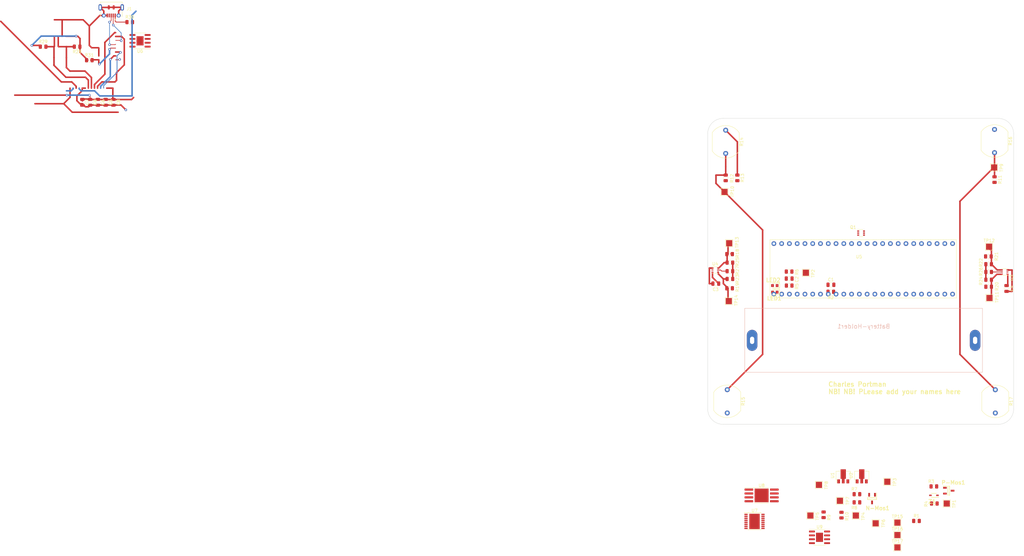
<source format=kicad_pcb>
(kicad_pcb (version 20221018) (generator pcbnew)
  (layers (0 "F.Cu" signal) (31 "B.Cu" signal) (34 "B.Paste" user) (35 "F.Paste" user) (36 "B.SilkS" user "B.Silkscreen") (37 "F.SilkS" user "F.Silkscreen") (38 "B.Mask" user) (39 "F.Mask" user) (44 "Edge.Cuts" user))
  (net 0 "")
  (net 1 "Net-(R13-Pad1)")
  (net 2 "Net-(R12-Pad2)")
  (net 3 "GND")
  (net 4 "+3.3V")
  (net 5 "Net-(R11-Pad1)")
  (net 9 "/Microcontroller/USB_TXD")
  (net 10 "/Microcontroller/USB_RXD")
  (net 14 "Net-(Z1-K)")
  (net 15 "/Power_Subsystem/V-pos")
  (net 16 "Net-(U8-BAT)")
  (net 17 "/Power_Subsystem/Vbat")
  (net 18 "Net-(N-Mos1-Pad2)")
  (net 19 "/Power_Subsystem/V-Reg")
  (net 20 "Net-(U9-VOUTA)")
  (net 21 "Net-(U8-~{CHRG})")
  (net 22 "/Power_Subsystem/3.3-back")
  (net 23 "Net-(J1-VBUS)")
  (net 24 "+5V")
  (net 25 "+3V3")
  (net 26 "/Microcontroller/EEPROM_SCL")
  (net 27 "/Microcontroller/LDR_Vout1")
  (net 28 "/Microcontroller/LDR_Vout2")
  (net 29 "/Microcontroller/USB_TIMIN")
  (net 30 "Net-(U8-PROG)")
  (net 31 "/Microcontroller/EEPROM_SDA")
  (net 32 "Net-(U8-~{STDBY})")
  (net 33 "/Microcontroller/USB_D-")
  (net 34 "/Microcontroller/USB_D+")
  (net 36 "Net-(U2-VO)")
  (net 37 "Net-(U1-VO)")
  (net 38 "Net-(U4-SDA)")
  (net 39 "Net-(Battery-Holder1-PadP)")
  (net 40 "Net-(LED1-Pad1)")
  (net 41 "Net-(LED2-Pad1)")
  (net 42 "Net-(U4-SCL)")
  (net 43 "Net-(Z1-A)")
  (net 44 "/Microcontroller/SCLSense")
  (net 45 "Net-(U3-SDA)")
  (net 46 "Net-(Q1A-E1)")
  (net 47 "/Microcontroller/Analogue_Enable2")
  (net 48 "Net-(Q1B-E2)")
  (net 49 "/Microcontroller/Analogue_Enable1")
  (net 50 "/Microcontroller/SDASense_1")
  (net 51 "Net-(U3-SCL)")
  (net 52 "Net-(U3-INT)")
  (net 53 "Net-(U4-INT)")
  (net 54 "Net-(U7-V3)")
  (footprint "TestPoint:TestPoint_Pad_2.0x2.0mm" (layer "F.Cu") (at 112.014 182.146)
    (fp_text reference "TP15")
    (fp_text value "TestPoint")
  )
  (footprint "Resistor_SMD:R_0805_2012Metric" (layer "F.Cu") (at -138.94 18.522)
    (fp_text reference "R30")
    (fp_text value "1.8k")
  )
  (footprint "TestPoint:TestPoint_Pad_2.0x2.0mm" (layer "F.Cu") (at 141.986 91.948)
    (fp_text reference "TP12")
    (fp_text value "TestPoint")
  )
  (footprint "Capacitor_SMD:C_0805_2012Metric" (layer "F.Cu") (at -151.892 44.732 -90)
    (fp_text reference "C9")
    (fp_text value "1uF")
  )
  (footprint "TestPoint:TestPoint_Pad_2.0x2.0mm" (layer "F.Cu") (at 82.089 100.457 -90)
    (fp_text reference "TP2")
    (fp_text value "TestPoint")
  )
  (footprint "MyNmos:SOT95P280X125-3N" (layer "F.Cu") (at 103.7245 174.2875 -90)
    (fp_text reference "N-Mos1")
    (fp_text value "AO3400A" hide)
  )
  (footprint "TestPoint:TestPoint_Pad_2.0x2.0mm" (layer "F.Cu") (at 128.143 175.895 180)
    (fp_text reference "TP1")
    (fp_text value "TestPoint")
  )
  (footprint "Resistor_SMD:R_0805_2012Metric" (layer "F.Cu") (at 141.8355 105.029 180)
    (fp_text reference "R20")
    (fp_text value "0")
  )
  (footprint "TestPoint:TestPoint_Pad_2.0x2.0mm" (layer "F.Cu") (at 143.637 66.04)
    (fp_text reference "TP9")
    (fp_text value "TestPoint")
  )
  (footprint "TestPoint:TestPoint_Pad_2.0x2.0mm" (layer "F.Cu") (at 57.023 90.805)
    (fp_text reference "TP13")
    (fp_text value "TestPoint" hide)
  )
  (footprint "Package_SO:SOIC-8-1EP_3.9x4.9mm_P1.27mm_EP2.29x3mm" (layer "F.Cu") (at -135.571 24.638 180)
    (fp_text reference "U6")
    (fp_text value "AT24C256C-SSHL-T")
  )
  (footprint "Resistor_SMD:R_0805_2012Metric" (layer "F.Cu") (at 98.7825 175.514 180)
    (fp_text reference "R8")
    (fp_text value "1M")
  )
  (footprint "Resistor_SMD:R_0805_2012Metric" (layer "F.Cu") (at 141.8355 102.743)
    (fp_text reference "R24")
    (fp_text value "10K")
  )
  (footprint "Capacitor_SMD:C_0805_2012Metric" (layer "F.Cu") (at -146.812 44.732 -90)
    (fp_text reference "C5")
    (fp_text value "100nF")
  )
  (footprint "TestPoint:TestPoint_Pad_2.0x2.0mm" (layer "F.Cu") (at 104.902 182.372)
    (fp_text reference "TP6")
    (fp_text value "TestPoint")
  )
  (footprint "TestPoint:TestPoint_Pad_2.0x2.0mm" (layer "F.Cu") (at 112.014 186.196)
    (fp_text reference "TP16")
    (fp_text value "TestPoint")
  )
  (footprint "MyGreenLED:LEDC1608X50N" (layer "F.Cu") (at 71.929 104.648 180)
    (fp_text reference "LED2")
    (fp_text value "Green" hide)
  )
  (footprint "Resistor_SMD:R_0805_2012Metric" (layer "F.Cu") (at 123.9285 170.307)
    (fp_text reference "R3")
    (fp_text value "1.2k")
  )
  (footprint "Capacitor_SMD:C_0805_2012Metric" (layer "F.Cu") (at -144.272 44.732 -90)
    (fp_text reference "C8")
    (fp_text value "10nF")
  )
  (footprint "Resistor_SMD:R_0805_2012Metric" (layer "F.Cu") (at 57.2555 97.153 180)
    (fp_text reference "R25")
    (fp_text value "10K")
  )
  (footprint "uct_kicad_library:STM32F051C6T6" (layer "F.Cu") (at 99.648 101.332)
    (fp_text reference "U5")
    (fp_text value "Header")
  )
  (footprint "Resistor_SMD:R_0805_2012Metric" (layer "F.Cu") (at 57.2555 99.947 180)
    (fp_text reference "R27")
    (fp_text value "10K")
  )
  (footprint "TestPoint:TestPoint_Pad_2.0x2.0mm" (layer "F.Cu") (at 93.218 175.006)
    (fp_text reference "TP7")
    (fp_text value "TestPoint")
  )
  (footprint "TestPoint:TestPoint_Pad_2.0x2.0mm" (layer "F.Cu") (at 108.712 168.783 180)
    (fp_text reference "TP3")
    (fp_text value "TestPoint")
  )
  (footprint "Package_TO_SOT_SMD:SOT-89-3" (layer "F.Cu") (at 94.304 166.706 90)
    (fp_text reference "U1")
    (fp_text value "HT7533-1")
  )
  (footprint "TestPoint:TestPoint_Pad_2.0x2.0mm" (layer "F.Cu") (at 98.425 179.832 180)
    (fp_text reference "TP4")
    (fp_text value "TestPoint")
  )
  (footprint "Resistor_SMD:R_0805_2012Metric" (layer "F.Cu") (at 87.884 179.578 -90)
    (fp_text reference "R9")
    (fp_text value "0")
  )
  (footprint "MICROXNJ:SHOUHAN_MICROXNJ" (layer "F.Cu") (at -144.996 11.971)
    (fp_text reference "J1")
    (fp_text value "MICROXNJ")
  )
  (footprint "Capacitor_SMD:C_0805_2012Metric" (layer "F.Cu") (at 52.646 104.011)
    (fp_text reference "C3")
    (fp_text value "1uF")
  )
  (footprint "Resistor_SMD:R_0805_2012Metric" (layer "F.Cu") (at 57.2555 102.487 180)
    (fp_text reference "R23")
    (fp_text value "10K")
  )
  (footprint "Resistor_SMD:R_0805_2012Metric" (layer "F.Cu") (at 57.152 94.359 180)
    (fp_text reference "R18")
    (fp_text value "0")
  )
  (footprint "MyZener:SODFL2513X100N" (layer "F.Cu") (at 123.952 173.228 180)
    (fp_text reference "Z1")
    (fp_text value "MM3Z5V6C" hide)
  )
  (footprint "Resistor_SMD:R_0805_2012Metric" (layer "F.Cu") (at 90.2405 106.68 180)
    (fp_text reference "R2")
    (fp_text value "100k")
  )
  (footprint "Resistor_SMD:R_0805_2012Metric" (layer "F.Cu") (at 57.152 105.535 180)
    (fp_text reference "R19")
    (fp_text value "0")
  )
  (footprint "Package_SO:SOP-8-1EP_4.57x4.57mm_P1.27mm_EP4.57x4.45mm" (layer "F.Cu") (at 67.617 173.248)
    (fp_text reference "U8")
    (fp_text value "TP4056")
  )
  (footprint "MyPmos:SOT95P280X125-3N" (layer "F.Cu") (at 128.798 171.704)
    (fp_text reference "P-Mos1")
    (fp_text value "AO3401A" hide)
  )
  (footprint "TestPoint:TestPoint_Pad_2.0x2.0mm" (layer "F.Cu") (at 56.896 109.728)
    (fp_text reference "TP14")
    (fp_text value "TestPoint")
  )
  (footprint "Resistor_SMD:R_0805_2012Metric" (layer "F.Cu") (at 59.69 69.4455 -90)
    (fp_text reference "R13")
    (fp_text value "0")
  )
  (footprint "Capacitor_SMD:C_0805_2012Metric" (layer "F.Cu") (at 147.701 105.598 -90)
    (fp_text reference "C4")
    (fp_text value "1uF")
  )
  (footprint "OptoDevice:R_LDR_10x8.5mm_P7.6mm_Vertical" (layer "F.Cu") (at 144.018 138.704 -90)
    (fp_text reference "R17")
    (fp_text value "LDR03")
  )
  (footprint "MyRedLED:LEDC1608X70N" (layer "F.Cu") (at 71.941 106.807 180)
    (fp_text reference "LED1")
    (fp_text value "Red" hide)
  )
  (footprint "Resistor_SMD:R_0805_2012Metric" (layer "F.Cu") (at 124.079 175.895 180)
    (fp_text reference "R4")
    (fp_text value "0")
  )
  (footprint "Package_SO:HTSSOP-16-1EP_4.4x5mm_P0.65mm_EP3.4x5mm" (layer "F.Cu") (at 65.297 181.748)
    (fp_text reference "U7")
    (fp_text value "CH340G")
  )
  (footprint "Resistor_SMD:R_0805_2012Metric" (layer "F.Cu") (at -156.149 26.556 180)
    (fp_text reference "R28")
    (fp_text value "0")
  )
  (footprint "Resistor_SMD:R_0805_2012Metric" (layer "F.Cu") (at -167.259 26.556)
    (fp_text reference "R29")
    (fp_text value "1.8k")
  )
  (footprint "TestPoint:TestPoint_Pad_2.0x2.0mm" (layer "F.Cu") (at 112.014 190.246)
    (fp_text reference "TP17")
    (fp_text value "TestPoint")
  )
  (footprint "Capacitor_SMD:C_0805_2012Metric" (layer "F.Cu") (at -154.432 44.732 -90)
    (fp_text reference "C7")
    (fp_text value "4.7uF")
  )
  (footprint "Capacitor_SMD:C_0805_2012Metric" (layer "F.Cu") (at 76.628 102.362 180)
    (fp_text reference "C2")
    (fp_text value "10uF")
  )
  (footprint "TestPoint:TestPoint_Pad_2.0x2.0mm" (layer "F.Cu") (at 55.499 74.041)
    (fp_text reference "TP10")
    (fp_text value "TestPoint")
  )
  (footprint "TestPoint:TestPoint_Pad_2.0x2.0mm" (layer "F.Cu") (at 142.113 108.712)
    (fp_text reference "TP11")
    (fp_text value "TestPoint")
  )
  (footprint "Resistor_SMD:R_0805_2012Metric" (layer "F.Cu") (at 76.628 104.648)
    (fp_text reference "R5")
    (fp_text value "1k")
  )
  (footprint "Resistor_SMD:R_0805_2012Metric" (layer "F.Cu") (at 143.764 70.0005 -90)
    (fp_text reference "R11")
    (fp_text value "0")
  )
  (footprint "Capacitor_SMD:C_0805_2012Metric" (layer "F.Cu") (at 90.278 104.394)
    (fp_text reference "C1")
    (fp_text value "10uF")
  )
  (footprint "Package_TO_SOT_SMD:SOT-89-3" (layer "F.Cu") (at 100.354 166.706 90)
    (fp_text reference "U2")
    (fp_text value "HT7533-1")
  )
  (footprint "OptoDevice:Lite-On_LTR-303ALS-01" (layer "F.Cu") (at 147.066 100.203 180)
    (fp_text reference "U3")
    (fp_text value "LTR-303ALS-01")
  )
  (footprint "OptoDevice:R_LDR_10x8.5mm_P7.6mm_Vertical" (layer "F.Cu") (at 56.388 138.694 -90)
    (fp_text reference "R15")
    (fp_text value "LDR03")
  )
  (footprint "Capacitor_SMD:C_0805_2012Metric" (layer "F.Cu") (at -149.352 44.732 -90)
    (fp_text reference "C6")
    (fp_text value "100nF")
  )
  (footprint "OptoDevice:R_LDR_10x8.5mm_P7.6mm_Vertical" (layer "F.Cu") (at 143.764 53.604 -90)
    (fp_text reference "R16")
    (fp_text value "LDR03")
  )
  (footprint "Resistor_SMD:R_0805_2012Metric" (layer "F.Cu") (at 141.8355 97.663)
    (fp_text reference "R22")
    (fp_text value "10K")
  )
  (footprint "Resistor_SMD:R_0805_2012Metric" (layer "F.Cu") (at 141.7555 95.123)
    (fp_text reference "R21")
    (fp_text value "0")
  )
  (footprint "OptoDevice:R_LDR_10x8.5mm_P7.6mm_Vertical" (layer "F.Cu") (at 55.88 53.858 -90)
    (fp_text reference "R14")
    (fp_text value "LDR03")
  )
  (footprint "Resistor_SMD:R_0805_2012Metric" (layer "F.Cu") (at 118.244 181.596)
    (fp_text reference "R1")
    (fp_text value "1k")
  )
  (footprint "TestPoint:TestPoint_Pad_2.0x2.0mm" (layer "F.Cu") (at 83.566 179.832 180)
    (fp_text reference "TP5")
    (fp_text value "TestPoint")
  )
  (footprint "Package_TO_SOT_SMD:SOT-363_SC-70-6" (layer "F.Cu") (at 100.142 87.488)
    (fp_text reference "Q1")
    (fp_text value "MMDT2222A")
  )
  (footprint "Resistor_SMD:R_0805_2012Metric" (layer "F.Cu") (at 55.88 69.4455 90)
    (fp_text reference "R12")
    (fp_text value "0")
  )
  (footprint "Resistor_SMD:R_0805_2012Metric" (layer "F.Cu") (at 93.726 179.6815 -90)
    (fp_text reference "R10")
    (fp_text value "0")
  )
  (footprint "Resistor_SMD:R_0805_2012Metric" (layer "F.Cu") (at 98.7825 172.847 180)
    (fp_text reference "R7")
    (fp_text value "0")
  )
  (footprint "TestPoint:TestPoint_Pad_2.0x2.0mm" (layer "F.Cu") (at 86.36 169.799)
    (fp_text reference "TP8")
    (fp_text value "TestPoint")
  )
  (footprint "Resistor_SMD:R_0805_2012Metric" (layer "F.Cu") (at 141.8355 100.203)
    (fp_text reference "R26")
    (fp_text value "10K")
  )
  (footprint "Package_SO:SOIC-8-1EP_3.9x4.9mm_P1.27mm_EP2.29x3mm" (layer "F.Cu") (at 86.549 186.944)
    (fp_text reference "U9")
    (fp_text value "MCP6002T-I_SN")
  )
  (footprint "Resistor_SMD:R_0805_2012Metric" (layer "F.Cu") (at 76.6045 100.076 180)
    (fp_text reference "R6")
    (fp_text value "0")
  )
  (footprint "OptoDevice:Lite-On_LTR-303ALS-01" (layer "F.Cu") (at 52.451 99.568)
    (fp_text reference "U4")
    (fp_text value "LTR-303ALS-01")
  )
  (footprint "Resistor_SMD:R_0805_2012Metric" (layer "F.Cu") (at -152.148 30.968)
    (fp_text reference "R31")
    (fp_text value "0")
  )
  (footprint "BH-18650-PC:BAT_BH-18650-PC" (layer "B.Cu") (at 100.965 122.555)
    (fp_text reference "Battery-Holder1")
    (fp_text value "BH-18650-PC")
  )
  (gr_line (start 150 145) (end 150 55) (stroke (width 0.1)) (layer "Edge.Cuts"))
  (gr_arc (start 50 55) (mid 51.464466 51.464467) (end 55 50) (stroke (width 0.1)) (layer "Edge.Cuts"))
  (gr_line (start 55 150) (end 145 150) (stroke (width 0.1)) (layer "Edge.Cuts"))
  (gr_arc (start 145 50) (mid 148.535533 51.464467) (end 150 55) (stroke (width 0.1)) (layer "Edge.Cuts"))
  (gr_line (start 50 55) (end 50 145) (stroke (width 0.1)) (layer "Edge.Cuts"))
  (gr_arc (start 55 150) (mid 51.464467 148.535534) (end 50 145) (stroke (width 0.1)) (layer "Edge.Cuts"))
  (gr_arc (start 150 145) (mid 148.535534 148.535533) (end 145 150) (stroke (width 0.1)) (layer "Edge.Cuts"))
  (gr_line (start 55 50) (end 145 50) (stroke (width 0.1)) (layer "Edge.Cuts"))
  (gr_text "Charles Portman\nNB! NB! PLease add your names here" (at 89.281 140.208) (layer "F.SilkS") (effects (font (size 1.5 1.5) (thickness 0.3) bold) (justify left bottom)))
  (segment (start -147.066 35.54) (end -147.066 25.160659) (width 0.5) (layer "F.Cu") (net 0))
  (segment (start -150.464 38.938) (end -147.066 35.54) (width 0.5) (layer "F.Cu") (net 0))
  (segment (start -145.288 30.714) (end -144.145 29.571) (width 0.5) (layer "F.Cu") (net 0))
  (segment (start -144.145 29.571) (end -143.554 29.571) (width 0.5) (layer "F.Cu") (net 0))
  (segment (start -150.464 40.112) (end -150.464 38.938) (width 0.5) (layer "F.Cu") (net 0))
  (segment (start -142.113 28.301) (end -141.986 28.428) (width 0.5) (layer "F.Cu") (net 0))
  (segment (start -143.554 28.301) (end -142.113 28.301) (width 0.5) (layer "F.Cu") (net 0))
  (segment (start -143.856341 21.951) (end -143.554 21.951) (width 0.5) (layer "F.Cu") (net 0))
  (segment (start -147.066 25.160659) (end -143.856341 21.951) (width 0.5) (layer "F.Cu") (net 0))
  (via (at -141.986 28.428) (size 0.8) (drill 0.4) (layers "F.Cu" "B.Cu") (net 0))
  (via (at -145.288 30.714) (size 0.8) (drill 0.4) (layers "F.Cu" "B.Cu") (net 0))
  (segment (start -147.464 39.324132) (end -147.464 40.112) (width 0.25) (layer "B.Cu") (net 0))
  (segment (start -143.09 29.532) (end -143.09 34.950132) (width 0.25) (layer "B.Cu") (net 0))
  (segment (start -148.464 40.112) (end -148.464 39.51096) (width 0.5) (layer "B.Cu") (net 0))
  (segment (start -145.288 36.33496) (end -145.288 30.714) (width 0.5) (layer "B.Cu") (net 0))
  (segment (start -143.09 34.950132) (end -147.464 39.324132) (width 0.25) (layer "B.Cu") (net 0))
  (segment (start -141.986 28.428) (end -143.09 29.532) (width 0.25) (layer "B.Cu") (net 0))
  (segment (start -148.464 39.51096) (end -145.288 36.33496) (width 0.5) (layer "B.Cu") (net 0))
  (segment (start 59.69 57.668) (end 55.88 53.858) (width 0.5) (layer "F.Cu") (net 1))
  (segment (start 59.69 68.533) (end 59.69 57.668) (width 0.5) (layer "F.Cu") (net 1))
  (segment (start 67.945 127.137) (end 56.388 138.694) (width 0.5) (layer "F.Cu") (net 2))
  (segment (start 67.945 86.487) (end 67.945 127.137) (width 0.5) (layer "F.Cu") (net 2))
  (segment (start 55.88 65.786) (end 55.88 61.458) (width 0.5) (layer "F.Cu") (net 2))
  (segment (start 52.705 68.58) (end 52.705 71.247) (width 0.5) (layer "F.Cu") (net 2))
  (segment (start 55.88 68.533) (end 55.88 65.786) (width 0.5) (layer "F.Cu") (net 2))
  (segment (start 55.88 68.533) (end 52.752 68.533) (width 0.5) (layer "F.Cu") (net 2))
  (segment (start 52.752 68.533) (end 52.705 68.58) (width 0.5) (layer "F.Cu") (net 2))
  (segment (start 52.705 71.247) (end 67.945 86.487) (width 0.5) (layer "F.Cu") (net 2))
  (segment (start 51.564 101.979) (end 51.564 100.455) (width 0.5) (layer "F.Cu") (net 3))
  (segment (start -155.242 45.192) (end -156.21 44.224) (width 0.5) (layer "F.Cu") (net 3))
  (segment (start -159.766 17.76) (end -154.178 17.76) (width 0.5) (layer "F.Cu") (net 3))
  (segment (start -149.181 26.904) (end -151.384 26.904) (width 0.5) (layer "F.Cu") (net 3))
  (segment (start -144.196 13.696) (end -141.421 13.696) (width 0.5) (layer "F.Cu") (net 3))
  (segment (start -151.892 45.682) (end -151.842 45.632) (width 0.5) (layer "F.Cu") (net 3))
  (segment (start 149.479 99.568) (end 149.479 106.553) (width 0.5) (layer "F.Cu") (net 3))
  (segment (start -154.432 45.192) (end -155.242 45.192) (width 0.5) (layer "F.Cu") (net 3))
  (segment (start -149.054 27.031) (end -149.054 28.301) (width 0.5) (layer "F.Cu") (net 3))
  (segment (start -156.21 44.224) (end -156.21 42.652) (width 0.5) (layer "F.Cu") (net 3))
  (segment (start 89.709 107.901) (end 89.682 107.874) (width 0.25) (layer "F.Cu") (net 3))
  (segment (start -152.146 26.142) (end -152.146 19.792) (width 0.5) (layer "F.Cu") (net 3))
  (segment (start -153.416 46.208) (end -152.418 46.208) (width 0.5) (layer "F.Cu") (net 3))
  (segment (start -141.421 13.696) (end -141.396 13.721) (width 0.5) (layer "F.Cu") (net 3))
  (segment (start -141.8 45.632) (end -140.208 47.224) (width 0.5) (layer "F.Cu") (net 3))
  (segment (start -154.432 45.192) (end -153.416 46.208) (width 0.5) (layer "F.Cu") (net 3))
  (segment (start -161.036 23.16) (end -161.036 17.76) (width 0.5) (layer "F.Cu") (net 3))
  (segment (start -151.384 26.904) (end -152.146 26.142) (width 0.5) (layer "F.Cu") (net 3))
  (segment (start -144.272 45.632) (end -141.8 45.632) (width 0.5) (layer "F.Cu") (net 3))
  (segment (start -152.418 46.208) (end -151.892 45.682) (width 0.5) (layer "F.Cu") (net 3))
  (segment (start -147.421 14.896) (end -148.596 13.721) (width 0.5) (layer "F.Cu") (net 3))
  (segment (start -149.054 27.031) (end -149.181 26.904) (width 0.5) (layer "F.Cu") (net 3))
  (segment (start -154.464 40.112) (end -153.464 40.112) (width 0.5) (layer "F.Cu") (net 3))
  (segment (start -148.725 16.371) (end -147.421 16.371) (width 0.5) (layer "F.Cu") (net 3))
  (segment (start -148.596 13.721) (end -145.821 13.721) (width 0.5) (layer "F.Cu") (net 3))
  (segment (start -145.821 13.721) (end -145.796 13.696) (width 0.5) (layer "F.Cu") (net 3))
  (segment (start 148.383462 99.553) (end 148.398462 99.568) (width 0.5) (layer "F.Cu") (net 3))
  (segment (start -149.054 29.571) (end -149.054 28.301) (width 0.5) (layer "F.Cu") (net 3))
  (segment (start 147.706 106.553) (end 147.701 106.548) (width 0.5) (layer "F.Cu") (net 3))
  (segment (start -146.296 16.346) (end -147.396 16.346) (width 0.5) (layer "F.Cu") (net 3))
  (segment (start -142.367 30.841) (end -142.24 30.714) (width 0.25) (layer "F.Cu") (net 3))
  (segment (start -143.554 30.841) (end -142.367 30.841) (width 0.25) (layer "F.Cu") (net 3))
  (segment (start -154.464 40.906) (end -154.464 40.112) (width 0.5) (layer "F.Cu") (net 3))
  (segment (start -163.576 17.76) (end -159.766 17.76) (width 0.5) (layer "F.Cu") (net 3))
  (segment (start 148.398462 99.568) (end 149.479 99.568) (width 0.5) (layer "F.Cu") (net 3))
  (segment (start -151.842 45.632) (end -144.272 45.632) (width 0.5) (layer "F.Cu") (net 3))
  (segment (start -147.396 16.346) (end -147.421 16.371) (width 0.5) (layer "F.Cu") (net 3))
  (segment (start -142.571 14.896) (end -141.396 13.721) (width 0.5) (layer "F.Cu") (net 3))
  (segment (start -142.571 16.371) (end -142.571 14.896) (width 0.5) (layer "F.Cu") (net 3))
  (segment (start 53.596 104.011) (end 51.564 101.979) (width 0.5) (layer "F.Cu") (net 3))
  (segment (start -149.302 45.632) (end -149.352 45.582) (width 0.25) (layer "F.Cu") (net 3))
  (segment (start 149.479 106.553) (end 147.706 106.553) (width 0.5) (layer "F.Cu") (net 3))
  (segment (start -147.421 16.371) (end -147.421 14.896) (width 0.5) (layer "F.Cu") (net 3))
  (segment (start -145.796 13.696) (end -144.196 13.696) (width 0.5) (layer "F.Cu") (net 3))
  (segment (start -156.21 42.652) (end -154.464 40.906) (width 0.5) (layer "F.Cu") (net 3))
  (segment (start 147.966 99.553) (end 148.383462 99.553) (width 0.5) (layer "F.Cu") (net 3))
  (segment (start -154.178 17.76) (end -152.146 19.792) (width 0.5) (layer "F.Cu") (net 3))
  (segment (start -152.146 19.792) (end -148.725 16.371) (width 0.5) (layer "F.Cu") (net 3))
  (via (at -140.208 47.224) (size 0.8) (drill 0.4) (layers "F.Cu" "B.Cu") (net 3))
  (via (at -142.24 30.714) (size 0.8) (drill 0.4) (layers "F.Cu" "B.Cu") (net 3))
  (segment (start 58.168 99.947) (end 58.168 97.153) (width 0.5) (layer "F.Cu") (net 4))
  (segment (start 148.082 104.267) (end 148.082 100.965) (width 0.5) (layer "F.Cu") (net 4))
  (segment (start -144.464 40.112) (end -144.464 43.64) (width 0.5) (layer "F.Cu") (net 4))
  (segment (start -154.432 44.176) (end -153.924 43.668) (width 0.5) (layer "F.Cu") (net 4))
  (segment (start -144.272 43.832) (end -151.842 43.832) (width 0.5) (layer "F.Cu") (net 4))
  (segment (start -152.006 43.668) (end -151.892 43.782) (width 0.5) (layer "F.Cu") (net 4))
  (segment (start 58.168 102.487) (end 58.168 99.947) (width 0.5) (layer "F.Cu") (net 4))
  (segment (start -152.382 44.272) (end -151.892 43.782) (width 0.25) (layer "F.Cu") (net 4))
  (segment (start -138.34 43.832) (end -137.668 43.16) (width 0.5) (layer "F.Cu") (net 4))
  (segment (start -151.892 43.782) (end -151.792 43.882) (width 0.25) (layer "F.Cu") (net 4))
  (segment (start 140.923 100.203) (end 140.923 97.663) (width 0.5) (layer "F.Cu") (net 4))
  (segment (start 51.044 98.943) (end 51.032 98.931) (width 0.5) (layer "F.Cu") (net 4))
  (segment (start 140.923 102.743) (end 140.923 100.203) (width 0.5) (layer "F.Cu") (net 4))
  (segment (start 51.669 98.943) (end 51.044 98.943) (width 0.5) (layer "F.Cu") (net 4))
  (segment (start -149.302 43.832) (end -149.352 43.882) (width 0.25) (layer "F.Cu") (net 4))
  (segment (start 51.564 104.143) (end 51.696 104.011) (width 0.25) (layer "F.Cu") (net 4))
  (segment (start 140.923 97.663) (end 140.923 97.362) (width 0.5) (layer "F.Cu") (net 4))
  (segment (start 50.548 104.011) (end 51.696 104.011) (width 0.5) (layer "F.Cu") (net 4))
  (segment (start -151.892 42.652) (end -152.146 42.398) (width 0.25) (layer "F.Cu") (net 4))
  (segment (start 147.701 104.648) (end 148.082 104.267) (width 0.5) (layer "F.Cu") (net 4))
  (segment (start -144.464 43.64) (end -144.272 43.832) (width 0.5) (layer "F.Cu") (net 4))
  (segment (start -151.842 43.832) (end -151.892 43.782) (width 0.5) (layer "F.Cu") (net 4))
  (segment (start -144.272 43.832) (end -138.34 43.832) (width 0.5) (layer "F.Cu") (net 4))
  (segment (start -154.432 44.272) (end -154.432 44.176) (width 0.5) (layer "F.Cu") (net 4))
  (segment (start -153.924 43.668) (end -152.006 43.668) (width 0.5) (layer "F.Cu") (net 4))
  (segment (start -176.53 42.398) (end -159.512 42.398) (width 0.5) (layer "F.Cu") (net 4))
  (segment (start -151.892 43.782) (end -151.892 42.652) (width 0.25) (layer "F.Cu") (net 4))
  (segment (start 51.032 98.931) (end 50.548 98.931) (width 0.5) (layer "F.Cu") (net 4))
  (segment (start -146.464 40.112) (end -144.464 40.112) (width 0.5) (layer "F.Cu") (net 4))
  (segment (start 50.548 98.931) (end 50.548 104.011) (width 0.5) (layer "F.Cu") (net 4))
  (via (at -159.512 42.398) (size 0.8) (drill 0.4) (layers "F.Cu" "B.Cu") (net 4))
  (via (at -152.146 42.398) (size 0.8) (drill 0.4) (layers "F.Cu" "B.Cu") (net 4))
  (segment (start -159.512 42.398) (end -152.146 42.398) (width 0.5) (layer "B.Cu") (net 4))
  (segment (start 143.764 69.088) (end 143.764 65.786) (width 0.5) (layer "F.Cu") (net 5))
  (segment (start 132.461 127.147) (end 132.461 77.089) (width 0.5) (layer "F.Cu") (net 5))
  (segment (start 132.461 77.089) (end 143.764 65.786) (width 0.5) (layer "F.Cu") (net 5))
  (segment (start 144.018 138.704) (end 132.461 127.147) (width 0.5) (layer "F.Cu") (net 5))
  (segment (start 143.764 61.204) (end 143.764 65.786) (width 0.5) (layer "F.Cu") (net 5))
  (segment (start -143.374 18.522) (end -143.696 18.2) (width 0.25) (layer "F.Cu") (net 23))
  (segment (start -143.696 18.2) (end -143.696 16.346) (width 0.25) (layer "F.Cu") (net 23))
  (segment (start -139.45 18.522) (end -143.374 18.522) (width 0.25) (layer "F.Cu") (net 23))
  (segment (start -151.464 40.112) (end -151.464 36.636) (width 0.5) (layer "F.Cu") (net 24))
  (segment (start -151.464 36.636) (end -153.576 34.524) (width 0.5) (layer "F.Cu") (net 24))
  (segment (start -159.639 33.381) (end -159.639 30.112) (width 0.5) (layer "F.Cu") (net 24))
  (segment (start -158.496 34.524) (end -159.639 33.381) (width 0.5) (layer "F.Cu") (net 24))
  (segment (start -159.639 26.556) (end -157.099 26.556) (width 0.5) (layer "F.Cu") (net 24))
  (segment (start -153.576 34.524) (end -158.496 34.524) (width 0.5) (layer "F.Cu") (net 24))
  (segment (start -159.639 26.556) (end -159.639 30.112) (width 0.5) (layer "F.Cu") (net 24))
  (segment (start -162.179 26.556) (end -159.639 26.556) (width 0.5) (layer "F.Cu") (net 24))
  (segment (start -162.306 26.429) (end -162.179 26.556) (width 0.5) (layer "F.Cu") (net 24))
  (segment (start -162.306 23.16) (end -162.306 26.429) (width 0.5) (layer "F.Cu") (net 24))
  (segment (start -156.464 23.094) (end -156.398 23.16) (width 0.5) (layer "F.Cu") (net 25))
  (segment (start -168.623 26.142) (end -168.209 26.556) (width 0.5) (layer "F.Cu") (net 25))
  (segment (start -155.199 23.884) (end -155.199 26.556) (width 0.5) (layer "F.Cu") (net 25))
  (segment (start -155.199 28.427) (end -152.658 30.968) (width 0.5) (layer "F.Cu") (net 25))
  (segment (start -156.398 23.16) (end -155.923 23.16) (width 0.5) (layer "F.Cu") (net 25))
  (segment (start -155.923 23.16) (end -155.199 23.884) (width 0.5) (layer "F.Cu") (net 25))
  (segment (start -156.53 23.16) (end -156.464 23.094) (width 0.5) (layer "F.Cu") (net 25))
  (segment (start -155.199 26.556) (end -155.199 28.427) (width 0.5) (layer "F.Cu") (net 25))
  (segment (start -159.766 23.16) (end -156.53 23.16) (width 0.5) (layer "F.Cu") (net 25))
  (segment (start -170.942 26.142) (end -168.623 26.142) (width 0.5) (layer "F.Cu") (net 25))
  (via (at -156.464 23.094) (size 0.8) (drill 0.4) (layers "F.Cu" "B.Cu") (net 25))
  (via (at -170.942 26.142) (size 0.8) (drill 0.4) (layers "F.Cu" "B.Cu") (net 25))
  (segment (start -167.894 23.094) (end -170.942 26.142) (width 0.5) (layer "B.Cu") (net 25))
  (segment (start -156.464 23.094) (end -167.894 23.094) (width 0.5) (layer "B.Cu") (net 25))
  (segment (start -166.309 26.556) (end -163.703 26.556) (width 0.5) (layer "F.Cu") (net 26))
  (segment (start -153.416 36.556) (end -152.464 37.508) (width 0.5) (layer "F.Cu") (net 26))
  (segment (start -163.576 26.429) (end -163.576 23.16) (width 0.5) (layer "F.Cu") (net 26))
  (segment (start -152.464 37.508) (end -152.464 40.112) (width 0.5) (layer "F.Cu") (net 26))
  (segment (start -163.703 26.556) (end -163.703 30.112) (width 0.5) (layer "F.Cu") (net 26))
  (segment (start -163.703 32.652) (end -159.799 36.556) (width 0.5) (layer "F.Cu") (net 26))
  (segment (start -159.799 36.556) (end -153.416 36.556) (width 0.5) (layer "F.Cu") (net 26))
  (segment (start -163.703 26.556) (end -163.576 26.429) (width 0.5) (layer "F.Cu") (net 26))
  (segment (start -163.703 32.492) (end -163.703 30.112) (width 0.5) (layer "F.Cu") (net 26))
  (segment (start -163.703 32.652) (end -163.703 32.492) (width 0.5) (layer "F.Cu") (net 26))
  (segment (start -154.826437 40.987) (end -155.464 40.349437) (width 0.5) (layer "B.Cu") (net 27))
  (segment (start -138.176 42.652) (end -148.77152 42.652) (width 0.5) (layer "B.Cu") (net 27))
  (segment (start -138.176 16.236) (end -138.176 42.652) (width 0.5) (layer "B.Cu") (net 27))
  (segment (start -150.43652 40.987) (end -154.826437 40.987) (width 0.5) (layer "B.Cu") (net 27))
  (segment (start -155.464 40.349437) (end -155.464 40.112) (width 0.5) (layer "B.Cu") (net 27))
  (segment (start -136.906 14.966) (end -138.176 16.236) (width 0.5) (layer "B.Cu") (net 27))
  (segment (start -148.77152 42.652) (end -150.43652 40.987) (width 0.5) (layer "B.Cu") (net 27))
  (segment (start -156.464 40.112) (end -156.464 39.51096) (width 0.5) (layer "F.Cu") (net 28))
  (segment (start -161.29 38.08) (end -181.102 18.268) (width 0.5) (layer "F.Cu") (net 28))
  (segment (start -157.89496 38.08) (end -161.29 38.08) (width 0.5) (layer "F.Cu") (net 28))
  (segment (start -156.464 39.51096) (end -157.89496 38.08) (width 0.5) (layer "F.Cu") (net 28))
  (segment (start -143.256 35.032) (end -140.716 32.492) (width 0.5) (layer "F.Cu") (net 29))
  (segment (start -149.464 40.112) (end -149.464 39.51096) (width 0.5) (layer "F.Cu") (net 29))
  (segment (start -149.464 39.51096) (end -148.03304 38.08) (width 0.5) (layer "F.Cu") (net 29))
  (segment (start -140.716 24.11) (end -141.605 23.221) (width 0.5) (layer "F.Cu") (net 29))
  (segment (start -143.256 35.286) (end -143.256 35.032) (width 0.5) (layer "F.Cu") (net 29))
  (segment (start -141.605 23.221) (end -143.554 23.221) (width 0.5) (layer "F.Cu") (net 29))
  (segment (start -140.716 32.492) (end -140.716 24.11) (width 0.5) (layer "F.Cu") (net 29))
  (segment (start -143.256 37.572) (end -143.256 35.286) (width 0.5) (layer "F.Cu") (net 29))
  (segment (start -148.03304 38.08) (end -143.764 38.08) (width 0.5) (layer "F.Cu") (net 29))
  (segment (start -143.764 38.08) (end -143.256 37.572) (width 0.5) (layer "F.Cu") (net 29))
  (segment (start -142.113 24.491) (end -141.732 24.872) (width 0.2) (layer "F.Cu") (net 33))
  (segment (start -144.346 16.346) (end -144.346 19.464) (width 0.2) (layer "F.Cu") (net 33))
  (segment (start -143.554 24.491) (end -142.113 24.491) (width 0.2) (layer "F.Cu") (net 33))
  (segment (start -144.272 19.538) (end -144.346 19.464) (width 0.2) (layer "F.Cu") (net 33))
  (via (at -141.732 24.618) (size 0.8) (drill 0.4) (layers "F.Cu" "B.Cu") (net 33))
  (via (at -144.346 19.464) (size 0.8) (drill 0.4) (layers "F.Cu" "B.Cu") (net 33))
  (segment (start -141.732 22.078) (end -141.732 24.872) (width 0.2) (layer "B.Cu") (net 33))
  (segment (start -144.346 19.464) (end -141.732 22.078) (width 0.2) (layer "B.Cu") (net 33))
  (segment (start -143.681 25.888) (end -143.554 25.761) (width 0.2) (layer "F.Cu") (net 34))
  (segment (start -145.542 25.888) (end -143.681 25.888) (width 0.2) (layer "F.Cu") (net 34))
  (segment (start -144.996 17.976) (end -145.542 18.522) (width 0.2) (layer "F.Cu") (net 34))
  (segment (start -144.996 16.346) (end -144.996 17.976) (width 0.2) (layer "F.Cu") (net 34))
  (via (at -145.542 25.888) (size 0.8) (drill 0.4) (layers "F.Cu" "B.Cu") (net 34))
  (via (at -145.542 18.522) (size 0.8) (drill 0.4) (layers "F.Cu" "B.Cu") (net 34))
  (segment (start -145.542 18.522) (end -145.542 25.888) (width 0.2) (layer "B.Cu") (net 34))
  (segment (start 56.642 91.313) (end 56.642 94.359) (width 0.5) (layer "F.Cu") (net 38))
  (segment (start 56.343 94.658) (end 56.642 94.359) (width 0.5) (layer "F.Cu") (net 38))
  (segment (start 55.374 97.153) (end 56.343 97.153) (width 0.5) (layer "F.Cu") (net 38))
  (segment (start 56.343 97.153) (end 56.343 94.658) (width 0.5) (layer "F.Cu") (net 38))
  (segment (start 53.584 98.943) (end 55.374 97.153) (width 0.5) (layer "F.Cu") (net 38))
  (segment (start 53.469 98.943) (end 53.584 98.943) (width 0.5) (layer "F.Cu") (net 38))
  (segment (start 57.152 90.803) (end 56.642 91.313) (width 0.5) (layer "F.Cu") (net 38))
  (segment (start 53.469 100.243) (end 53.469 100.836) (width 0.5) (layer "F.Cu") (net 42))
  (segment (start 56.642 109.089) (end 57.152 109.599) (width 0.5) (layer "F.Cu") (net 42))
  (segment (start 56.642 105.535) (end 56.642 109.089) (width 0.5) (layer "F.Cu") (net 42))
  (segment (start 55.12 102.487) (end 55.12 104.013) (width 0.5) (layer "F.Cu") (net 42))
  (segment (start 55.12 104.013) (end 56.642 105.535) (width 0.5) (layer "F.Cu") (net 42))
  (segment (start 53.469 100.836) (end 55.12 102.487) (width 0.5) (layer "F.Cu") (net 42))
  (segment (start 55.12 102.487) (end 56.343 102.487) (width 0.5) (layer "F.Cu") (net 42))
  (segment (start -157.464 40.349437) (end -158.101563 40.987) (width 0.5) (layer "B.Cu") (net 44))
  (segment (start -157.464 40.112) (end -157.464 40.349437) (width 0.5) (layer "B.Cu") (net 44))
  (segment (start -158.101563 40.987) (end -159.625 40.987) (width 0.5) (layer "B.Cu") (net 44))
  (segment (start 142.748 102.743) (end 144.526 100.965) (width 0.5) (layer "F.Cu") (net 45))
  (segment (start 144.526 100.965) (end 146.05 100.965) (width 0.5) (layer "F.Cu") (net 45))
  (segment (start 142.748 107.823) (end 141.605 108.966) (width 0.5) (layer "F.Cu") (net 45))
  (segment (start 142.748 105.029) (end 142.748 107.823) (width 0.5) (layer "F.Cu") (net 45))
  (segment (start 142.748 102.743) (end 142.748 105.029) (width 0.5) (layer "F.Cu") (net 45))
  (segment (start -160.528 45.192) (end -158.464 43.128) (width 0.5) (layer "F.Cu") (net 50))
  (segment (start -158.464 43.128) (end -158.464 40.112) (width 0.5) (layer "F.Cu") (net 50))
  (segment (start -169.926 45.192) (end -160.528 45.192) (width 0.5) (layer "F.Cu") (net 50))
  (segment (start 57.662 94.359) (end 57.662 94.103) (width 0.5) (layer "F.Cu") (net 50))
  (segment (start -142.748 47.986) (end -157.734 47.986) (width 0.5) (layer "F.Cu") (net 50))
  (segment (start -157.734 47.986) (end -160.528 45.192) (width 0.5) (layer "F.Cu") (net 50))
  (segment (start 142.748 95.123) (end 142.748 97.663) (width 0.5) (layer "F.Cu") (net 51))
  (segment (start 146.166 99.553) (end 144.638 99.553) (width 0.5) (layer "F.Cu") (net 51))
  (segment (start 141.478 91.948) (end 142.748 93.218) (width 0.5) (layer "F.Cu") (net 51))
  (segment (start 142.748 93.218) (end 142.748 95.123) (width 0.5) (layer "F.Cu") (net 51))
  (segment (start 144.638 99.553) (end 142.748 97.663) (width 0.5) (layer "F.Cu") (net 51))
  (segment (start 146.166 100.203) (end 142.748 100.203) (width 0.25) (layer "F.Cu") (net 52))
  (segment (start 53.469 99.593) (end 54.258 99.593) (width 0.25) (layer "F.Cu") (net 53))
  (segment (start 54.612 99.947) (end 56.343 99.947) (width 0.25) (layer "F.Cu") (net 53))
  (segment (start 54.258 99.593) (end 54.612 99.947) (width 0.25) (layer "F.Cu") (net 53))
  (segment (start -145.542 27.412) (end -145.161 27.031) (width 0.25) (layer "F.Cu") (net 54))
  (segment (start -151.511 30.841) (end -151.638 30.968) (width 0.5) (layer "F.Cu") (net 54))
  (segment (start -149.054 32.028) (end -148.844 32.238) (width 0.5) (layer "F.Cu") (net 54))
  (segment (start -149.054 30.841) (end -149.054 32.028) (width 0.5) (layer "F.Cu") (net 54))
  (segment (start -149.054 30.841) (end -151.511 30.841) (width 0.5) (layer "F.Cu") (net 54))
  (segment (start -145.161 27.031) (end -143.554 27.031) (width 0.25) (layer "F.Cu") (net 54))
  (via (at -145.542 27.412) (size 0.8) (drill 0.4) (layers "F.Cu" "B.Cu") (net 54))
  (via (at -148.844 32.238) (size 0.8) (drill 0.4) (layers "F.Cu" "B.Cu") (net 54))
  (segment (start -145.542 28.936) (end -145.542 27.412) (width 0.5) (layer "B.Cu") (net 54))
  (segment (start -148.844 32.238) (end -145.542 28.936) (width 0.5) (layer "B.Cu") (net 54))
)
</source>
